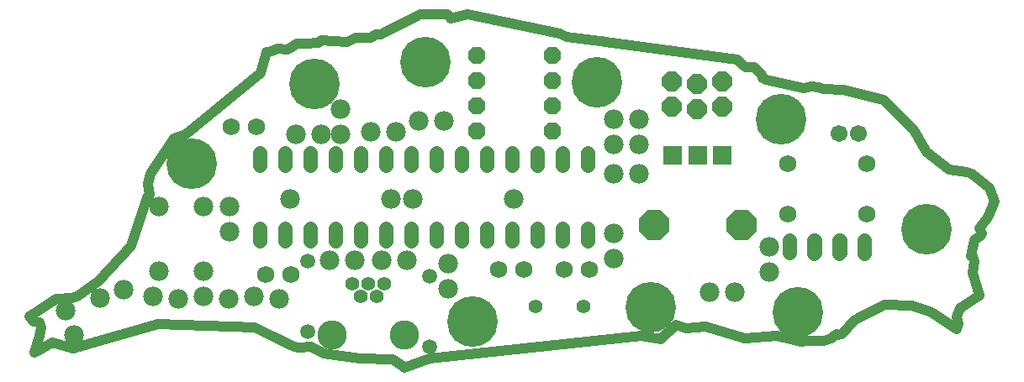
<source format=gts>
G75*
%MOIN*%
%OFA0B0*%
%FSLAX25Y25*%
%IPPOS*%
%LPD*%
%AMOC8*
5,1,8,0,0,1.08239X$1,22.5*
%
%ADD10C,0.03937*%
%ADD11C,0.06900*%
%ADD12C,0.05943*%
%ADD13OC8,0.07800*%
%ADD14C,0.05550*%
%ADD15C,0.11620*%
%ADD16C,0.07800*%
%ADD17C,0.05600*%
%ADD18C,0.05600*%
%ADD19C,0.20085*%
%ADD20C,0.12211*%
%ADD21R,0.07800X0.07800*%
%ADD22OC8,0.12211*%
%ADD23OC8,0.06700*%
%ADD24C,0.06699*%
D10*
X0004974Y0009109D02*
X0008599Y0010950D01*
X0012012Y0013073D01*
X0020437Y0010601D01*
X0054076Y0020536D01*
X0092243Y0018963D01*
X0098431Y0015952D01*
X0108143Y0011476D01*
X0109912Y0011213D01*
X0114802Y0011306D01*
X0119671Y0008854D01*
X0134060Y0006796D01*
X0146967Y0006303D01*
X0150922Y0003671D01*
X0151577Y0002969D01*
X0161775Y0006582D01*
X0245825Y0015700D01*
X0253165Y0014374D01*
X0259311Y0020006D01*
X0263180Y0018804D01*
X0270943Y0019477D01*
X0286810Y0014558D01*
X0299270Y0015622D01*
X0308845Y0013542D01*
X0308930Y0013467D01*
X0311089Y0013740D01*
X0318065Y0013816D01*
X0321132Y0014655D01*
X0321638Y0015247D01*
X0322931Y0016264D01*
X0323020Y0016016D01*
X0324853Y0016501D01*
X0330392Y0021906D01*
X0342077Y0028031D01*
X0353020Y0027689D01*
X0360740Y0025035D01*
X0370728Y0018385D01*
X0371257Y0020372D01*
X0370657Y0023426D01*
X0371864Y0026800D01*
X0379743Y0031591D01*
X0376924Y0040714D01*
X0377752Y0045360D01*
X0377079Y0047445D01*
X0376169Y0047263D01*
X0377808Y0053836D01*
X0380062Y0055367D01*
X0380584Y0056546D01*
X0379620Y0058503D01*
X0382952Y0062872D01*
X0385808Y0069039D01*
X0383706Y0074413D01*
X0376649Y0080131D01*
X0374773Y0080843D01*
X0367564Y0081598D01*
X0358804Y0088618D01*
X0353819Y0097347D01*
X0341607Y0109350D01*
X0325589Y0113339D01*
X0317606Y0113753D01*
X0316135Y0114347D01*
X0313058Y0114855D01*
X0310020Y0114020D01*
X0294941Y0117395D01*
X0293793Y0118198D01*
X0293487Y0119284D01*
X0290434Y0122393D01*
X0286944Y0122475D01*
X0285560Y0123455D01*
X0283608Y0125527D01*
X0231200Y0132369D01*
X0230011Y0132615D01*
X0229560Y0132708D01*
X0229315Y0132749D01*
X0215829Y0134457D01*
X0213304Y0135804D01*
X0176592Y0143247D01*
X0170106Y0141704D01*
X0170004Y0142058D01*
X0168573Y0143432D01*
X0158076Y0143427D01*
X0142368Y0135463D01*
X0140410Y0135354D01*
X0138447Y0134109D01*
X0138318Y0134087D01*
X0137049Y0134116D01*
X0135817Y0134202D01*
X0132277Y0133918D01*
X0128857Y0132523D01*
X0118701Y0133075D01*
X0117754Y0132026D01*
X0117246Y0132129D01*
X0112555Y0131641D01*
X0109109Y0131799D01*
X0107928Y0131048D01*
X0106952Y0130245D01*
X0106108Y0129590D01*
X0106104Y0129591D01*
X0105437Y0129521D01*
X0101328Y0129736D01*
X0098882Y0128656D01*
X0097099Y0128276D01*
X0094714Y0120070D01*
X0065133Y0095796D01*
X0060444Y0094109D01*
X0051011Y0080057D01*
X0049954Y0076188D01*
X0050766Y0071772D01*
X0049598Y0070575D01*
X0043314Y0051470D01*
X0030316Y0037253D01*
X0022016Y0031439D01*
X0019812Y0030848D01*
X0013521Y0030544D01*
X0002969Y0023486D01*
X0004626Y0021255D01*
X0006861Y0020949D01*
X0007519Y0019204D01*
X0007160Y0015699D01*
X0004974Y0009109D01*
D11*
X0096716Y0040200D03*
X0106716Y0040200D03*
X0189123Y0041900D03*
X0199123Y0041900D03*
X0214992Y0042051D03*
X0224992Y0042051D03*
X0303609Y0064216D03*
X0335105Y0064216D03*
X0335105Y0083901D03*
X0303609Y0083901D03*
X0092977Y0098579D03*
X0082977Y0098579D03*
D12*
X0113215Y0045483D03*
X0161547Y0039450D03*
X0113215Y0017483D03*
X0161547Y0011450D03*
D13*
X0257719Y0106664D03*
X0267719Y0105664D03*
X0277719Y0106664D03*
X0277719Y0116664D03*
X0267719Y0115664D03*
X0257719Y0116664D03*
D14*
X0143671Y0036227D03*
X0137371Y0036227D03*
X0131072Y0036227D03*
X0134222Y0031503D03*
X0140521Y0031503D03*
D15*
X0151742Y0016148D03*
X0123001Y0016148D03*
D16*
X0102034Y0030357D03*
X0092034Y0031357D03*
X0082034Y0030357D03*
X0072034Y0031357D03*
X0062034Y0030357D03*
X0052034Y0031357D03*
X0040488Y0034139D03*
X0031091Y0030719D03*
X0017355Y0025595D03*
X0020775Y0016198D03*
X0054355Y0041416D03*
X0072155Y0041416D03*
X0082349Y0056972D03*
X0082349Y0066972D03*
X0072155Y0067016D03*
X0054355Y0067016D03*
X0106286Y0070050D03*
X0146286Y0070050D03*
X0155154Y0070004D03*
X0195154Y0070004D03*
X0234554Y0079964D03*
X0244554Y0079964D03*
X0244554Y0091775D03*
X0234712Y0091775D03*
X0234712Y0101775D03*
X0244554Y0101775D03*
X0167309Y0101209D03*
X0157309Y0101209D03*
X0148371Y0096748D03*
X0138371Y0096748D03*
X0126444Y0095712D03*
X0118570Y0095712D03*
X0108570Y0095712D03*
X0126444Y0105712D03*
X0234712Y0056342D03*
X0234712Y0046342D03*
X0272803Y0033030D03*
X0282803Y0033030D03*
X0296281Y0040987D03*
X0296281Y0050987D03*
X0168842Y0044378D03*
X0152666Y0045664D03*
X0142666Y0045664D03*
X0131961Y0045696D03*
X0121961Y0045696D03*
X0168842Y0034378D03*
D17*
X0164193Y0053243D02*
X0164193Y0058443D01*
X0174193Y0058443D02*
X0174193Y0053243D01*
X0184193Y0053243D02*
X0184193Y0058443D01*
X0194193Y0058443D02*
X0194193Y0053243D01*
X0204193Y0053243D02*
X0204193Y0058443D01*
X0214193Y0058443D02*
X0214193Y0053243D01*
X0224193Y0053243D02*
X0224193Y0058443D01*
X0224193Y0083243D02*
X0224193Y0088443D01*
X0214193Y0088443D02*
X0214193Y0083243D01*
X0204193Y0083243D02*
X0204193Y0088443D01*
X0194193Y0088443D02*
X0194193Y0083243D01*
X0184193Y0083243D02*
X0184193Y0088443D01*
X0174193Y0088443D02*
X0174193Y0083243D01*
X0164193Y0083243D02*
X0164193Y0088443D01*
X0154193Y0088443D02*
X0154193Y0083243D01*
X0144193Y0083243D02*
X0144193Y0088443D01*
X0134193Y0088443D02*
X0134193Y0083243D01*
X0124193Y0083243D02*
X0124193Y0088443D01*
X0114193Y0088443D02*
X0114193Y0083243D01*
X0104193Y0083243D02*
X0104193Y0088443D01*
X0094193Y0088443D02*
X0094193Y0083243D01*
X0094193Y0058443D02*
X0094193Y0053243D01*
X0104193Y0053243D02*
X0104193Y0058443D01*
X0114193Y0058443D02*
X0114193Y0053243D01*
X0124193Y0053243D02*
X0124193Y0058443D01*
X0134193Y0058443D02*
X0134193Y0053243D01*
X0144193Y0053243D02*
X0144193Y0058443D01*
X0154193Y0058443D02*
X0154193Y0053243D01*
X0304239Y0053824D02*
X0304239Y0048624D01*
X0314082Y0048505D02*
X0314082Y0053705D01*
X0314239Y0053824D02*
X0314239Y0048624D01*
X0324082Y0048505D02*
X0324082Y0053705D01*
X0324239Y0053824D02*
X0324239Y0048624D01*
X0334082Y0048505D02*
X0334082Y0053705D01*
D18*
X0222707Y0027223D03*
X0203707Y0027223D03*
D19*
X0178791Y0021381D03*
X0249257Y0026918D03*
X0307736Y0025179D03*
X0358632Y0057929D03*
X0301151Y0101852D03*
X0227996Y0116313D03*
X0160160Y0124370D03*
X0115931Y0115813D03*
X0067322Y0084137D03*
D20*
X0067322Y0084137D03*
X0115931Y0115813D03*
X0160160Y0124370D03*
X0227996Y0116313D03*
X0301151Y0101852D03*
X0358632Y0057929D03*
X0307736Y0025179D03*
X0249257Y0026918D03*
X0178791Y0021381D03*
D21*
X0258057Y0087335D03*
X0267899Y0087335D03*
X0277742Y0087335D03*
D22*
X0285222Y0059776D03*
X0250576Y0059776D03*
D23*
X0210246Y0097002D03*
X0210246Y0107002D03*
X0210246Y0117002D03*
X0210246Y0127002D03*
X0180246Y0127002D03*
X0180246Y0117002D03*
X0180246Y0107002D03*
X0180246Y0097002D03*
D24*
X0323901Y0095959D03*
X0331775Y0095959D03*
M02*

</source>
